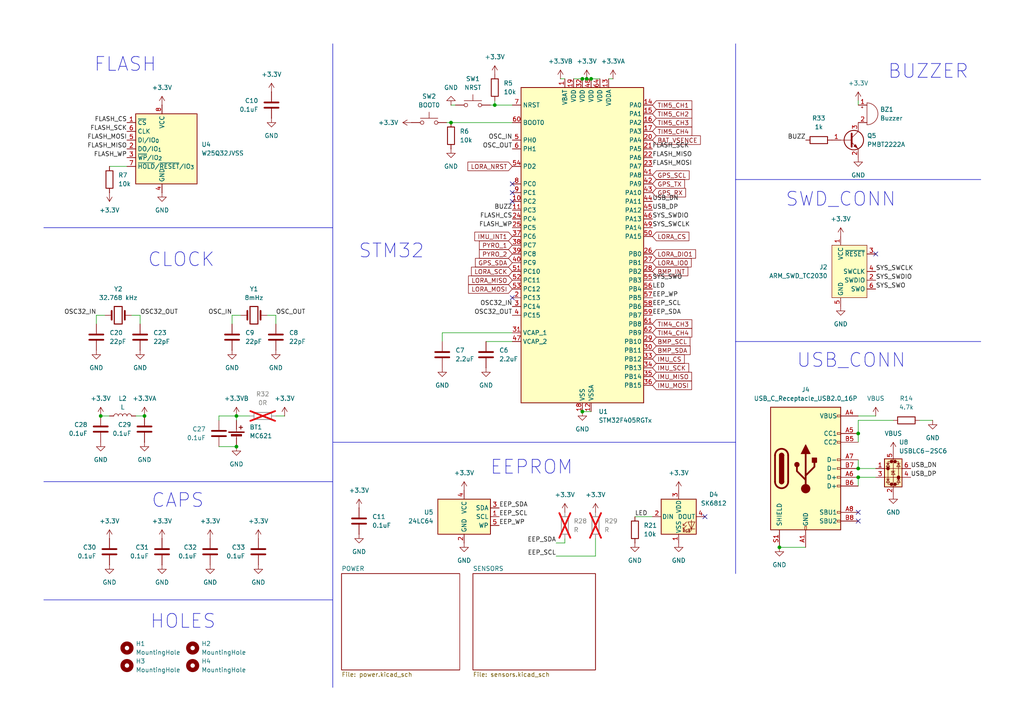
<source format=kicad_sch>
(kicad_sch (version 20250114) (generator "eeschema") (generator_version "9.0")
  (paper "A4")
  (lib_symbols
    (symbol "Connector:Conn_ARM_SWD_TagConnect_TC2030-NL" (in_bom no)
      (property "Reference" "J" (at 2.54 11.43 0))
      (property "Value" "Conn_ARM_SWD_TagConnect_TC2030-NL" (at 2.54 8.89 0))
      (symbol "Conn_ARM_SWD_TagConnect_TC2030-NL_0_0"
        (pin power_in line (at -2.54 10.16 270) (length 2.54) (name "VCC") (number "1"))
        (pin power_in line (at -2.54 -10.16 90) (length 2.54) (name "GND") (number "5"))
        (pin open_collector line (at 7.62 5.08 180) (length 2.54) (name "~{RESET}") (number "3"))
        (pin output line (at 7.62 0 180) (length 2.54) (name "SWCLK") (number "4"))
        (pin bidirectional line (at 7.62 -2.54 180) (length 2.54) (name "SWDIO") (number "2"))
        (pin input line (at 7.62 -5.08 180) (length 2.54) (name "SWO") (number "6"))
      )
    )
    (symbol "Connector:USB_C_Receptacle_USB2.0_16P" (pin_names (offset 1.016))
      (property "Reference" "J" (at 0 22.225 0))
      (property "Value" "USB_C_Receptacle_USB2.0_16P" (at 0 19.685 0))
      (symbol "USB_C_Receptacle_USB2.0_16P_1_1"
        (pin passive line (at -7.62 -22.86 90) (length 5.08) (name "SHIELD") (number "S1"))
        (pin passive line (at 0 -22.86 90) (length 5.08) (name "GND") (number "A1"))
        (pin passive line (at 0 -22.86 90) (length 5.08) (hide yes) (name "GND") (number "A12"))
        (pin passive line (at 0 -22.86 90) (length 5.08) (hide yes) (name "GND") (number "B1"))
        (pin passive line (at 0 -22.86 90) (length 5.08) (hide yes) (name "GND") (number "B12"))
        (pin passive line (at 15.24 15.24 180) (length 5.08) (name "VBUS") (number "A4"))
        (pin passive line (at 15.24 15.24 180) (length 5.08) (hide yes) (name "VBUS") (number "A9"))
        (pin passive line (at 15.24 15.24 180) (length 5.08) (hide yes) (name "VBUS") (number "B4"))
        (pin passive line (at 15.24 15.24 180) (length 5.08) (hide yes) (name "VBUS") (number "B9"))
        (pin bidirectional line (at 15.24 10.16 180) (length 5.08) (name "CC1") (number "A5"))
        (pin bidirectional line (at 15.24 7.62 180) (length 5.08) (name "CC2") (number "B5"))
        (pin bidirectional line (at 15.24 2.54 180) (length 5.08) (name "D-") (number "A7"))
        (pin bidirectional line (at 15.24 0 180) (length 5.08) (name "D-") (number "B7"))
        (pin bidirectional line (at 15.24 -2.54 180) (length 5.08) (name "D+") (number "A6"))
        (pin bidirectional line (at 15.24 -5.08 180) (length 5.08) (name "D+") (number "B6"))
        (pin bidirectional line (at 15.24 -12.7 180) (length 5.08) (name "SBU1") (number "A8"))
        (pin bidirectional line (at 15.24 -15.24 180) (length 5.08) (name "SBU2") (number "B8"))
      )
    )
    (symbol "Device:Battery_Cell" (pin_numbers (hide yes)) (pin_names (offset 0) (hide yes))
      (property "Reference" "BT" (at 2.54 2.54 0))
      (property "Value" "Battery_Cell" (at 2.54 0 0))
      (symbol "Battery_Cell_1_1"
        (pin passive line (at 0 5.08 270) (length 2.54) (name "+") (number "1"))
        (pin passive line (at 0 -2.54 90) (length 2.54) (name "-") (number "2"))
      )
    )
    (symbol "Device:Buzzer" (pin_names (offset 0.0254) (hide yes))
      (property "Reference" "BZ" (at 3.81 1.27 0))
      (property "Value" "Buzzer" (at 3.81 -1.27 0))
      (symbol "Buzzer_1_1"
        (pin passive line (at -2.54 2.54 0) (length 2.54) (name "+") (number "1"))
        (pin passive line (at -2.54 -2.54 0) (length 2.54) (name "-") (number "2"))
      )
    )
    (symbol "Device:C" (pin_numbers (hide yes)) (pin_names (offset 0.254))
      (property "Reference" "C" (at 0.635 2.54 0))
      (property "Value" "C" (at 0.635 -2.54 0))
      (symbol "C_1_1"
        (pin passive line (at 0 3.81 270) (length 2.794) (name "~") (number "1"))
        (pin passive line (at 0 -3.81 90) (length 2.794) (name "~") (number "2"))
      )
    )
    (symbol "Device:Crystal" (pin_numbers (hide yes)) (pin_names (offset 1.016) (hide yes))
      (property "Reference" "Y" (at 0 3.81 0))
      (property "Value" "Crystal" (at 0 -3.81 0))
      (symbol "Crystal_1_1"
        (pin passive line (at -3.81 0 0) (length 1.27) (name "1") (number "1"))
        (pin passive line (at 3.81 0 180) (length 1.27) (name "2") (number "2"))
      )
    )
    (symbol "Device:L" (pin_numbers (hide yes)) (pin_names (offset 1.016) (hide yes))
      (property "Reference" "L" (at -1.27 0 90))
      (property "Value" "L" (at 1.905 0 90))
      (symbol "L_1_1"
        (pin passive line (at 0 3.81 270) (length 1.27) (name "1") (number "1"))
        (pin passive line (at 0 -3.81 90) (length 1.27) (name "2") (number "2"))
      )
    )
    (symbol "Device:R" (pin_numbers (hide yes)) (pin_names (offset 0))
      (property "Reference" "R" (at 2.032 0 90))
      (property "Value" "R" (at 0 0 90))
      (symbol "R_1_1"
        (pin passive line (at 0 3.81 270) (length 1.27) (name "~") (number "1"))
        (pin passive line (at 0 -3.81 90) (length 1.27) (name "~") (number "2"))
      )
    )
    (symbol "LED:SK6812" (pin_names (offset 0.254))
      (property "Reference" "D" (at 5.08 5.715 0))
      (property "Value" "SK6812" (at 1.27 -5.715 0))
      (symbol "SK6812_0_0"
        (text "RGB" (at 2.286 -4.191 0) (effects (font (size 0.762 0.762))))
      )
      (symbol "SK6812_1_1"
        (pin input line (at -7.62 0 0) (length 2.54) (name "DIN") (number "2"))
        (pin power_in line (at 0 7.62 270) (length 2.54) (name "VDD") (number "3"))
        (pin power_in line (at 0 -7.62 90) (length 2.54) (name "VSS") (number "1"))
        (pin output line (at 7.62 0 180) (length 2.54) (name "DOUT") (number "4"))
      )
    )
    (symbol "MCU_ST_STM32F4:STM32F405RGTx"
      (property "Reference" "U" (at -17.78 46.99 0))
      (property "Value" "STM32F405RGTx" (at 10.16 46.99 0))
      (symbol "STM32F405RGTx_1_1"
        (pin input line (at -20.32 40.64 0) (length 2.54) (name "NRST") (number "7"))
        (pin input line (at -20.32 35.56 0) (length 2.54) (name "BOOT0") (number "60"))
        (pin bidirectional line (at -20.32 30.48 0) (length 2.54) (name "PH0") (number "5"))
        (pin bidirectional line (at -20.32 27.94 0) (length 2.54) (name "PH1") (number "6"))
        (pin bidirectional line (at -20.32 22.86 0) (length 2.54) (name "PD2") (number "54"))
        (pin bidirectional line (at -20.32 17.78 0) (length 2.54) (name "PC0") (number "8"))
        (pin bidirectional line (at -20.32 15.24 0) (length 2.54) (name "PC1") (number "9"))
        (pin bidirectional line (at -20.32 12.7 0) (length 2.54) (name "PC2") (number "10"))
        (pin bidirectional line (at -20.32 10.16 0) (length 2.54) (name "PC3") (number "11"))
        (pin bidirectional line (at -20.32 7.62 0) (length 2.54) (name "PC4") (number "24"))
        (pin bidirectional line (at -20.32 5.08 0) (length 2.54) (name "PC5") (number "25"))
        (pin bidirectional line (at -20.32 2.54 0) (length 2.54) (name "PC6") (number "37"))
        (pin bidirectional line (at -20.32 0 0) (length 2.54) (name "PC7") (number "38"))
        (pin bidirectional line (at -20.32 -2.54 0) (length 2.54) (name "PC8") (number "39"))
        (pin bidirectional line (at -20.32 -5.08 0) (length 2.54) (name "PC9") (number "40"))
        (pin bidirectional line (at -20.32 -7.62 0) (length 2.54) (name "PC10") (number "51"))
        (pin bidirectional line (at -20.32 -10.16 0) (length 2.54) (name "PC11") (number "52"))
        (pin bidirectional line (at -20.32 -12.7 0) (length 2.54) (name "PC12") (number "53"))
        (pin bidirectional line (at -20.32 -15.24 0) (length 2.54) (name "PC13") (number "2"))
        (pin bidirectional line (at -20.32 -17.78 0) (length 2.54) (name "PC14") (number "3"))
        (pin bidirectional line (at -20.32 -20.32 0) (length 2.54) (name "PC15") (number "4"))
        (pin power_out line (at -20.32 -25.4 0) (length 2.54) (name "VCAP_1") (number "31"))
        (pin power_out line (at -20.32 -27.94 0) (length 2.54) (name "VCAP_2") (number "47"))
        (pin power_in line (at -5.08 48.26 270) (length 2.54) (name "VBAT") (number "1"))
        (pin power_in line (at -2.54 48.26 270) (length 2.54) (name "VDD") (number "19"))
        (pin power_in line (at 0 48.26 270) (length 2.54) (name "VDD") (number "32"))
        (pin power_in line (at 0 -48.26 90) (length 2.54) (name "VSS") (number "18"))
        (pin passive line (at 0 -48.26 90) (length 2.54) (hide yes) (name "VSS") (number "63"))
        (pin power_in line (at 2.54 48.26 270) (length 2.54) (name "VDD") (number "48"))
        (pin power_in line (at 2.54 -48.26 90) (length 2.54) (name "VSSA") (number "12"))
        (pin power_in line (at 5.08 48.26 270) (length 2.54) (name "VDD") (number "64"))
        (pin power_in line (at 7.62 48.26 270) (length 2.54) (name "VDDA") (number "13"))
        (pin bidirectional line (at 20.32 40.64 180) (length 2.54) (name "PA0") (number "14"))
        (pin bidirectional line (at 20.32 38.1 180) (length 2.54) (name "PA1") (number "15"))
        (pin bidirectional line (at 20.32 35.56 180) (length 2.54) (name "PA2") (number "16"))
        (pin bidirectional line (at 20.32 33.02 180) (length 2.54) (name "PA3") (number "17"))
        (pin bidirectional line (at 20.32 30.48 180) (length 2.54) (name "PA4") (number "20"))
        (pin bidirectional line (at 20.32 27.94 180) (length 2.54) (name "PA5") (number "21"))
        (pin bidirectional line (at 20.32 25.4 180) (length 2.54) (name "PA6") (number "22"))
        (pin bidirectional line (at 20.32 22.86 180) (length 2.54) (name "PA7") (number "23"))
        (pin bidirectional line (at 20.32 20.32 180) (length 2.54) (name "PA8") (number "41"))
        (pin bidirectional line (at 20.32 17.78 180) (length 2.54) (name "PA9") (number "42"))
        (pin bidirectional line (at 20.32 15.24 180) (length 2.54) (name "PA10") (number "43"))
        (pin bidirectional line (at 20.32 12.7 180) (length 2.54) (name "PA11") (number "44"))
        (pin bidirectional line (at 20.32 10.16 180) (length 2.54) (name "PA12") (number "45"))
        (pin bidirectional line (at 20.32 7.62 180) (length 2.54) (name "PA13") (number "46"))
        (pin bidirectional line (at 20.32 5.08 180) (length 2.54) (name "PA14") (number "49"))
        (pin bidirectional line (at 20.32 2.54 180) (length 2.54) (name "PA15") (number "50"))
        (pin bidirectional line (at 20.32 -2.54 180) (length 2.54) (name "PB0") (number "26"))
        (pin bidirectional line (at 20.32 -5.08 180) (length 2.54) (name "PB1") (number "27"))
        (pin bidirectional line (at 20.32 -7.62 180) (length 2.54) (name "PB2") (number "28"))
        (pin bidirectional line (at 20.32 -10.16 180) (length 2.54) (name "PB3") (number "55"))
        (pin bidirectional line (at 20.32 -12.7 180) (length 2.54) (name "PB4") (number "56"))
        (pin bidirectional line (at 20.32 -15.24 180) (length 2.54) (name "PB5") (number "57"))
        (pin bidirectional line (at 20.32 -17.78 180) (length 2.54) (name "PB6") (number "58"))
        (pin bidirectional line (at 20.32 -20.32 180) (length 2.54) (name "PB7") (number "59"))
        (pin bidirectional line (at 20.32 -22.86 180) (length 2.54) (name "PB8") (number "61"))
        (pin bidirectional line (at 20.32 -25.4 180) (length 2.54) (name "PB9") (number "62"))
        (pin bidirectional line (at 20.32 -27.94 180) (length 2.54) (name "PB10") (number "29"))
        (pin bidirectional line (at 20.32 -30.48 180) (length 2.54) (name "PB11") (number "30"))
        (pin bidirectional line (at 20.32 -33.02 180) (length 2.54) (name "PB12") (number "33"))
        (pin bidirectional line (at 20.32 -35.56 180) (length 2.54) (name "PB13") (number "34"))
        (pin bidirectional line (at 20.32 -38.1 180) (length 2.54) (name "PB14") (number "35"))
        (pin bidirectional line (at 20.32 -40.64 180) (length 2.54) (name "PB15") (number "36"))
      )
    )
    (symbol "Mechanical:MountingHole" (pin_names (offset 1.016)) (in_bom no)
      (property "Reference" "H" (at 0 5.08 0))
      (property "Value" "MountingHole" (at 0 3.175 0))
    )
    (symbol "Memory_Flash:W25Q32JVSS"
      (property "Reference" "U" (at -6.35 11.43 0))
      (property "Value" "W25Q32JVSS" (at 7.62 11.43 0))
      (symbol "W25Q32JVSS_1_1"
        (pin input line (at -10.16 7.62 0) (length 2.54) (name "~{CS}") (number "1"))
        (pin input line (at -10.16 5.08 0) (length 2.54) (name "CLK") (number "6"))
        (pin bidirectional line (at -10.16 2.54 0) (length 2.54) (name "DI/IO_{0}") (number "5"))
        (pin bidirectional line (at -10.16 0 0) (length 2.54) (name "DO/IO_{1}") (number "2"))
        (pin bidirectional line (at -10.16 -2.54 0) (length 2.54) (name "~{WP}/IO_{2}") (number "3"))
        (pin bidirectional line (at -10.16 -5.08 0) (length 2.54) (name "~{HOLD}/~{RESET}/IO_{3}") (number "7"))
        (pin power_in line (at 0 12.7 270) (length 2.54) (name "VCC") (number "8"))
        (pin power_in line (at 0 -12.7 90) (length 2.54) (name "GND") (number "4"))
      )
    )
    (symbol "Power_Protection:USBLC6-2SC6" (pin_names (hide yes))
      (property "Reference" "U" (at 0.635 5.715 0))
      (property "Value" "USBLC6-2SC6" (at 0.635 3.81 0))
      (symbol "USBLC6-2SC6_1_1"
        (pin passive line (at -5.08 0 0) (length 2.54) (name "I/O1") (number "1"))
        (pin passive line (at -5.08 -2.54 0) (length 2.54) (name "I/O2") (number "3"))
        (pin passive line (at 0 5.08 270) (length 2.54) (name "VBUS") (number "5"))
        (pin passive line (at 0 -7.62 90) (length 2.54) (name "GND") (number "2"))
        (pin passive line (at 5.08 0 180) (length 2.54) (name "I/O1") (number "6"))
        (pin passive line (at 5.08 -2.54 180) (length 2.54) (name "I/O2") (number "4"))
      )
    )
    (symbol "Switch:SW_Push" (pin_numbers (hide yes)) (pin_names (offset 1.016) (hide yes))
      (property "Reference" "SW" (at 1.27 2.54 0))
      (property "Value" "SW_Push" (at 0 -1.524 0))
      (symbol "SW_Push_0_1"
        (pin passive line (at -5.08 0 0) (length 2.54) (name "1") (number "1"))
        (pin passive line (at 5.08 0 180) (length 2.54) (name "2") (number "2"))
      )
    )
    (symbol "Transistor_BJT:PMBT2222A" (pin_names (offset 0) (hide yes))
      (property "Reference" "Q" (at 5.08 1.905 0))
      (property "Value" "PMBT2222A" (at 5.08 0 0))
      (symbol "PMBT2222A_1_1"
        (pin input line (at -5.08 0 0) (length 2.54) (name "B") (number "1"))
        (pin passive line (at 2.54 5.08 270) (length 2.54) (name "C") (number "3"))
        (pin passive line (at 2.54 -5.08 90) (length 2.54) (name "E") (number "2"))
      )
    )
    (symbol "library:24LC64"
      (property "Reference" "U" (at -6.35 6.35 0))
      (property "Value" "24LC64" (at 1.27 6.35 0))
      (symbol "24LC64_1_1"
        (pin power_in line (at 0 7.62 270) (length 2.54) (name "VCC") (number "4"))
        (pin power_in line (at 0 -7.62 90) (length 2.54) (name "GND") (number "2"))
        (pin bidirectional line (at 10.16 2.54 180) (length 2.54) (name "SDA") (number "3"))
        (pin input line (at 10.16 0 180) (length 2.54) (name "SCL") (number "1"))
        (pin input line (at 10.16 -2.54 180) (length 2.54) (name "WP") (number "5"))
      )
    )
    (symbol "power:+3.3V" (power) (pin_numbers (hide yes)) (pin_names (offset 0) (hide yes))
      (property "Value" "+3.3V" (at 0 3.556 0))
      (symbol "+3.3V_1_1"
        (pin power_in line (at 0 0 90) (length 0) (name "~") (number "1"))
      )
    )
    (symbol "power:+3.3VA" (power) (pin_numbers (hide yes)) (pin_names (offset 0) (hide yes))
      (property "Value" "+3.3VA" (at 0 3.556 0))
      (symbol "+3.3VA_1_1"
        (pin power_in line (at 0 0 90) (length 0) (name "~") (number "1"))
      )
    )
    (symbol "power:GND" (power) (pin_numbers (hide yes)) (pin_names (offset 0) (hide yes))
      (property "Value" "GND" (at 0 -3.81 0))
      (symbol "GND_1_1"
        (pin power_in line (at 0 0 270) (length 0) (name "~") (number "1"))
      )
    )
    (symbol "power:VBUS" (power) (pin_numbers (hide yes)) (pin_names (offset 0) (hide yes))
      (property "Value" "VBUS" (at 0 3.556 0))
      (symbol "VBUS_1_1"
        (pin power_in line (at 0 0 90) (length 0) (name "~") (number "1"))
      )
    )
  )
  (text "CAPS" (at 51.562 145.288 0) (effects (font (size 4 4))))
  (text "CLOCK" (at 52.578 75.438 0) (effects (font (size 4 4))))
  (text "BUZZER" (at 269.24 20.828 0) (effects (font (size 4 4))))
  (text "USB_CONN" (at 246.888 104.648 0) (effects (font (size 4 4))))
  (text "EEPROM" (at 154.178 135.636 0) (effects (font (size 4 4))))
  (text "STM32" (at 113.538 72.898 0) (effects (font (size 4 4))))
  (text "SWD_CONN" (at 243.84 57.912 0) (effects (font (size 4 4))))
  (text "HOLES" (at 53.086 180.34 0) (effects (font (size 4 4))))
  (text "FLASH" (at 36.322 18.796 0) (effects (font (size 4 4))))
  (junction (at 248.92 138.43))
  (junction (at 226.06 158.75))
  (junction (at 143.51 30.48))
  (junction (at 68.58 120.65))
  (junction (at 171.45 22.86))
  (junction (at 29.21 120.65))
  (junction (at 170.18 22.86))
  (junction (at 248.92 135.89))
  (junction (at 68.58 129.54))
  (junction (at 248.92 125.73))
  (junction (at 168.91 119.38))
  (junction (at 168.91 22.86))
  (junction (at 130.81 35.56))
  (junction (at 41.91 120.65))
  (no_connect (at 248.92 151.13))
  (no_connect (at 148.59 58.42))
  (no_connect (at 254 73.66))
  (no_connect (at 248.92 148.59))
  (no_connect (at 204.47 149.86))
  (no_connect (at 148.59 86.36))
  (no_connect (at 148.59 53.34))
  (no_connect (at 148.59 55.88))
  (wire (pts (xy 270.51 121.92) (xy 266.7 121.92)))
  (wire (pts (xy 248.92 29.21) (xy 248.92 30.48)))
  (wire (pts (xy 63.5 129.54) (xy 68.58 129.54)))
  (wire (pts (xy 248.92 133.35) (xy 248.92 135.89)))
  (polyline (pts (xy 12.7 139.7) (xy 96.52 139.7)))
  (wire (pts (xy 142.24 30.48) (xy 143.51 30.48)))
  (polyline (pts (xy 96.52 128.27) (xy 213.36 128.27)))
  (wire (pts (xy 168.91 119.38) (xy 171.45 119.38)))
  (wire (pts (xy 248.92 120.65) (xy 254 120.65)))
  (wire (pts (xy 143.51 29.21) (xy 143.51 30.48)))
  (wire (pts (xy 27.94 91.44) (xy 30.48 91.44)))
  (wire (pts (xy 170.18 22.86) (xy 171.45 22.86)))
  (wire (pts (xy 248.92 125.73) (xy 248.92 128.27)))
  (wire (pts (xy 29.21 120.65) (xy 31.75 120.65)))
  (wire (pts (xy 248.92 138.43) (xy 248.92 140.97)))
  (wire (pts (xy 162.56 22.86) (xy 163.83 22.86)))
  (polyline (pts (xy 96.52 199.39) (xy 96.52 12.7)))
  (wire (pts (xy 177.8 22.86) (xy 176.53 22.86)))
  (wire (pts (xy 63.5 120.65) (xy 68.58 120.65)))
  (wire (pts (xy 226.06 158.75) (xy 233.68 158.75)))
  (wire (pts (xy 67.31 91.44) (xy 69.85 91.44)))
  (wire (pts (xy 80.01 91.44) (xy 80.01 93.98)))
  (wire (pts (xy 67.31 93.98) (xy 67.31 91.44)))
  (wire (pts (xy 259.08 121.92) (xy 248.92 121.92)))
  (wire (pts (xy 248.92 121.92) (xy 248.92 125.73)))
  (wire (pts (xy 184.15 149.86) (xy 189.23 149.86)))
  (wire (pts (xy 140.97 99.06) (xy 148.59 99.06)))
  (wire (pts (xy 129.54 35.56) (xy 130.81 35.56)))
  (wire (pts (xy 63.5 120.65) (xy 63.5 121.92)))
  (wire (pts (xy 40.64 91.44) (xy 40.64 93.98)))
  (wire (pts (xy 68.58 120.65) (xy 68.58 121.92)))
  (wire (pts (xy 161.29 157.48) (xy 163.83 157.48)))
  (polyline (pts (xy 213.36 99.06) (xy 213.36 52.07)))
  (wire (pts (xy 248.92 135.89) (xy 254 135.89)))
  (wire (pts (xy 161.29 161.29) (xy 172.72 161.29)))
  (wire (pts (xy 168.91 22.86) (xy 170.18 22.86)))
  (wire (pts (xy 130.81 35.56) (xy 148.59 35.56)))
  (wire (pts (xy 82.55 120.65) (xy 80.01 120.65)))
  (wire (pts (xy 166.37 22.86) (xy 168.91 22.86)))
  (wire (pts (xy 130.81 30.48) (xy 132.08 30.48)))
  (wire (pts (xy 171.45 22.86) (xy 173.99 22.86)))
  (wire (pts (xy 163.83 157.48) (xy 163.83 156.21)))
  (wire (pts (xy 128.27 96.52) (xy 128.27 99.06)))
  (polyline (pts (xy 213.36 166.37) (xy 213.36 99.06)))
  (wire (pts (xy 27.94 93.98) (xy 27.94 91.44)))
  (wire (pts (xy 38.1 91.44) (xy 40.64 91.44)))
  (wire (pts (xy 172.72 161.29) (xy 172.72 156.21)))
  (wire (pts (xy 248.92 138.43) (xy 254 138.43)))
  (wire (pts (xy 143.51 30.48) (xy 148.59 30.48)))
  (wire (pts (xy 77.47 91.44) (xy 80.01 91.44)))
  (polyline (pts (xy 213.36 52.07) (xy 284.48 52.07)))
  (wire (pts (xy 128.27 96.52) (xy 148.59 96.52)))
  (polyline (pts (xy 213.36 12.7) (xy 213.36 52.07)))
  (polyline (pts (xy 213.36 99.06) (xy 284.48 99.06)))
  (polyline (pts (xy 12.7 66.04) (xy 96.52 66.04)))
  (wire (pts (xy 68.58 120.65) (xy 72.39 120.65)))
  (wire (pts (xy 39.37 120.65) (xy 41.91 120.65)))
  (wire (pts (xy 31.75 48.26) (xy 36.83 48.26)))
  (polyline (pts (xy 12.7 173.99) (xy 96.52 173.99)))
  (label "EEP_SCL" (at 189.23 88.9 0))
  (label "LED" (at 189.23 83.82 0))
  (label "SYS_SWCLK" (at 254 78.74 0))
  (label "USB_DN" (at 189.23 58.42 0))
  (label "EEP_WP" (at 189.23 86.36 0))
  (label "EEP_WP" (at 144.78 152.4 0))
  (label "BUZZ" (at 233.68 40.64 180))
  (label "OSC_OUT" (at 80.01 91.44 0))
  (label "OSC_OUT" (at 148.59 43.18 180))
  (label "SYS_SWO" (at 254 83.82 0))
  (label "EEP_SDA" (at 144.78 147.32 0))
  (label "SYS_SWO" (at 189.23 81.28 0))
  (label "FLASH_CS" (at 36.83 35.56 180))
  (label "EEP_SCL" (at 161.29 161.29 180))
  (label "FLASH_MOSI" (at 36.83 40.64 180))
  (label "EEP_SDA" (at 189.23 91.44 0))
  (label "FLASH_WP" (at 36.83 45.72 180))
  (label "USB_DN" (at 264.16 135.89 0))
  (label "FLASH_CS" (at 148.59 63.5 180))
  (label "EEP_SCL" (at 144.78 149.86 0))
  (label "OSC_IN" (at 148.59 40.64 180))
  (label "USB_DP" (at 189.23 60.96 0))
  (label "SYS_SWDIO" (at 254 81.28 0))
  (label "BUZZ" (at 148.59 60.96 180))
  (label "FLASH_MOSI" (at 189.23 48.26 0))
  (label "FLASH_SCK" (at 36.83 38.1 180))
  (label "SYS_SWCLK" (at 189.23 66.04 0))
  (label "OSC32_OUT" (at 148.59 91.44 180))
  (label "FLASH_WP" (at 148.59 66.04 180))
  (label "SYS_SWDIO" (at 189.23 63.5 0))
  (label "OSC32_IN" (at 148.59 88.9 180))
  (label "FLASH_MISO" (at 36.83 43.18 180))
  (label "OSC32_OUT" (at 40.64 91.44 0))
  (label "OSC32_IN" (at 27.94 91.44 180))
  (label "USB_DP" (at 264.16 138.43 0))
  (label "FLASH_SCK" (at 189.23 43.18 0))
  (label "EEP_SDA" (at 161.29 157.48 180))
  (label "LED" (at 184.15 149.86 0))
  (label "FLASH_MISO" (at 189.23 45.72 0))
  (label "OSC_IN" (at 67.31 91.44 180))
  (global_label "TIM5_CH4" (shape input) (at 189.23 38.1 0) (property "Intersheetrefs" "${INTERSHEET_REFS}" (effects (hide yes))))
  (global_label "TIM5_CH3" (shape input) (at 189.23 35.56 0) (property "Intersheetrefs" "${INTERSHEET_REFS}" (effects (hide yes))))
  (global_label "IMU_MOSI" (shape input) (at 189.23 111.76 0) (property "Intersheetrefs" "${INTERSHEET_REFS}" (effects (hide yes))))
  (global_label "LORA_IO0" (shape input) (at 189.23 76.2 0) (property "Intersheetrefs" "${INTERSHEET_REFS}" (effects (hide yes))))
  (global_label "PYRO_2" (shape input) (at 148.59 73.66 180) (property "Intersheetrefs" "${INTERSHEET_REFS}" (effects (hide yes))))
  (global_label "GPS_SDA" (shape input) (at 148.59 76.2 180) (property "Intersheetrefs" "${INTERSHEET_REFS}" (effects (hide yes))))
  (global_label "GPS_RX" (shape input) (at 189.23 55.88 0) (property "Intersheetrefs" "${INTERSHEET_REFS}" (effects (hide yes))))
  (global_label "BAT_VSENCE" (shape input) (at 189.23 40.64 0) (property "Intersheetrefs" "${INTERSHEET_REFS}" (effects (hide yes))))
  (global_label "TIM5_CH2" (shape input) (at 189.23 33.02 0) (property "Intersheetrefs" "${INTERSHEET_REFS}" (effects (hide yes))))
  (global_label "TIM5_CH1" (shape input) (at 189.23 30.48 0) (property "Intersheetrefs" "${INTERSHEET_REFS}" (effects (hide yes))))
  (global_label "BMP_SDA" (shape input) (at 189.23 101.6 0) (property "Intersheetrefs" "${INTERSHEET_REFS}" (effects (hide yes))))
  (global_label "TIM4_CH3" (shape input) (at 189.23 93.98 0) (property "Intersheetrefs" "${INTERSHEET_REFS}" (effects (hide yes))))
  (global_label "BMP_INT" (shape input) (at 189.23 78.74 0) (property "Intersheetrefs" "${INTERSHEET_REFS}" (effects (hide yes))))
  (global_label "LORA_MISO" (shape input) (at 148.59 81.28 180) (property "Intersheetrefs" "${INTERSHEET_REFS}" (effects (hide yes))))
  (global_label "GPS_SCL" (shape input) (at 189.23 50.8 0) (property "Intersheetrefs" "${INTERSHEET_REFS}" (effects (hide yes))))
  (global_label "GPS_TX" (shape input) (at 189.23 53.34 0) (property "Intersheetrefs" "${INTERSHEET_REFS}" (effects (hide yes))))
  (global_label "TIM4_CH4" (shape input) (at 189.23 96.52 0) (property "Intersheetrefs" "${INTERSHEET_REFS}" (effects (hide yes))))
  (global_label "BMP_SCL" (shape input) (at 189.23 99.06 0) (property "Intersheetrefs" "${INTERSHEET_REFS}" (effects (hide yes))))
  (global_label "IMU_MISO" (shape input) (at 189.23 109.22 0) (property "Intersheetrefs" "${INTERSHEET_REFS}" (effects (hide yes))))
  (global_label "LORA_SCK" (shape input) (at 148.59 78.74 180) (property "Intersheetrefs" "${INTERSHEET_REFS}" (effects (hide yes))))
  (global_label "LORA_MOSI" (shape input) (at 148.59 83.82 180) (property "Intersheetrefs" "${INTERSHEET_REFS}" (effects (hide yes))))
  (global_label "IMU_CS" (shape input) (at 189.23 104.14 0) (property "Intersheetrefs" "${INTERSHEET_REFS}" (effects (hide yes))))
  (global_label "LORA_DIO1" (shape input) (at 189.23 73.66 0) (property "Intersheetrefs" "${INTERSHEET_REFS}" (effects (hide yes))))
  (global_label "LORA_CS" (shape input) (at 189.23 68.58 0) (property "Intersheetrefs" "${INTERSHEET_REFS}" (effects (hide yes))))
  (global_label "LORA_NRST" (shape input) (at 148.59 48.26 180) (property "Intersheetrefs" "${INTERSHEET_REFS}" (effects (hide yes))))
  (global_label "IMU_INT1" (shape input) (at 148.59 68.58 180) (property "Intersheetrefs" "${INTERSHEET_REFS}" (effects (hide yes))))
  (global_label "IMU_SCK" (shape input) (at 189.23 106.68 0) (property "Intersheetrefs" "${INTERSHEET_REFS}" (effects (hide yes))))
  (global_label "PYRO_1" (shape input) (at 148.59 71.12 180) (property "Intersheetrefs" "${INTERSHEET_REFS}" (effects (hide yes))))
  (symbol (lib_id "power:+3.3V") (at 31.75 156.21 0) (unit 1)
    (property "Reference" "#PWR088" (effects (hide yes)))
    (property "Value" "+3.3V" (at 31.75 151.13 0))
    (property "Description" "Power symbol creates a global label with name \"+3.3V\"" (effects (hide yes)))
  )
  (symbol (lib_id "Device:C") (at 27.94 97.79 0) (unit 1)
    (property "Reference" "C20" (at 31.75 96.5199 0) (effects (justify left)))
    (property "Value" "22pF" (at 31.75 99.0599 0) (effects (justify left)))
    (property "Footprint" "Capacitor_SMD:C_0603_1608Metric" (effects (hide yes)))
    (property "Description" "Unpolarized capacitor" (effects (hide yes)))
  )
  (symbol (lib_id "power:+3.3V") (at 68.58 120.65 0) (unit 1)
    (property "Reference" "#PWR081" (effects (hide yes)))
    (property "Value" "+3.3VB" (at 68.58 115.57 0))
    (property "Description" "Power symbol creates a global label with name \"+3.3V\"" (effects (hide yes)))
  )
  (symbol (lib_id "power:GND") (at 134.62 157.48 0) (unit 1)
    (property "Reference" "#PWR031" (effects (hide yes)))
    (property "Value" "GND" (at 134.62 162.56 0))
    (property "Description" "Power symbol creates a global label with name \"GND\" , ground" (effects (hide yes)))
  )
  (symbol (lib_id "power:+3.3V") (at 162.56 22.86 0) (unit 1)
    (property "Reference" "#PWR039" (effects (hide yes)))
    (property "Value" "+3.3VB" (at 162.56 17.78 0))
    (property "Description" "Power symbol creates a global label with name \"+3.3V\"" (effects (hide yes)))
  )
  (symbol (lib_id "power:GND") (at 67.31 101.6 0) (unit 1)
    (property "Reference" "#PWR021" (effects (hide yes)))
    (property "Value" "GND" (at 67.31 106.68 0))
    (property "Description" "Power symbol creates a global label with name \"GND\" , ground" (effects (hide yes)))
  )
  (symbol (lib_id "Device:L") (at 35.56 120.65 90) (unit 1)
    (property "Reference" "L2" (at 35.56 115.57 90))
    (property "Value" "L" (at 35.56 118.11 90))
    (property "Footprint" "Inductor_SMD:L_0603_1608Metric" (effects (hide yes)))
    (property "Description" "Inductor" (effects (hide yes)))
  )
  (symbol (lib_id "Device:C") (at 41.91 124.46 0) (mirror y) (unit 1)
    (property "Reference" "C29" (at 38.1 123.1899 0) (effects (justify left)))
    (property "Value" "0.1uF" (at 38.1 125.7299 0) (effects (justify left)))
    (property "Footprint" "Capacitor_SMD:C_0603_1608Metric" (effects (hide yes)))
    (property "Description" "Unpolarized capacitor" (effects (hide yes)))
  )
  (symbol (lib_id "power:GND") (at 130.81 30.48 180) (unit 1)
    (property "Reference" "#PWR0132" (effects (hide yes)))
    (property "Value" "GND" (at 130.81 25.4 0))
    (property "Description" "Power symbol creates a global label with name \"GND\" , ground" (effects (hide yes)))
  )
  (symbol (lib_id "Device:C") (at 80.01 97.79 0) (unit 1)
    (property "Reference" "C8" (at 83.82 96.5199 0) (effects (justify left)))
    (property "Value" "22pF" (at 83.82 99.0599 0) (effects (justify left)))
    (property "Footprint" "Capacitor_SMD:C_0603_1608Metric" (effects (hide yes)))
    (property "Description" "Unpolarized capacitor" (effects (hide yes)))
  )
  (symbol (lib_id "Connector:USB_C_Receptacle_USB2.0_16P") (at 233.68 135.89 0) (unit 1)
    (property "Reference" "J4" (at 233.68 113.03 0))
    (property "Value" "USB_C_Receptacle_USB2.0_16P" (at 233.68 115.57 0))
    (property "Footprint" "Connector_USB:USB_C_Receptacle_GCT_USB4110" (effects (hide yes)))
    (property "Datasheet" "https://www.usb.org/sites/default/files/documents/usb_type-c.zip" (effects (hide yes)))
    (property "Description" "USB 2.0-only 16P Type-C Receptacle connector" (effects (hide yes)))
  )
  (symbol (lib_id "power:GND") (at 140.97 106.68 0) (unit 1)
    (property "Reference" "#PWR015" (effects (hide yes)))
    (property "Value" "GND" (at 140.97 111.76 0))
    (property "Description" "Power symbol creates a global label with name \"GND\" , ground" (effects (hide yes)))
  )
  (symbol (lib_id "Device:C") (at 140.97 102.87 0) (unit 1)
    (property "Reference" "C6" (at 144.78 101.5999 0) (effects (justify left)))
    (property "Value" "2.2uF" (at 144.78 104.1399 0) (effects (justify left)))
    (property "Footprint" "Capacitor_SMD:C_0603_1608Metric" (effects (hide yes)))
    (property "Description" "Unpolarized capacitor" (effects (hide yes)))
  )
  (symbol (lib_id "Device:C") (at 78.74 30.48 0) (mirror y) (unit 1)
    (property "Reference" "C10" (at 74.93 29.2099 0) (effects (justify left)))
    (property "Value" "0.1uF" (at 74.93 31.7499 0) (effects (justify left)))
    (property "Footprint" "Capacitor_SMD:C_0603_1608Metric" (effects (hide yes)))
    (property "Description" "Unpolarized capacitor" (effects (hide yes)))
  )
  (symbol (lib_id "Device:C") (at 46.99 160.02 0) (mirror y) (unit 1)
    (property "Reference" "C31" (at 43.18 158.7499 0) (effects (justify left)))
    (property "Value" "0.1uF" (at 43.18 161.2899 0) (effects (justify left)))
    (property "Footprint" "Capacitor_SMD:C_0603_1608Metric" (effects (hide yes)))
    (property "Description" "Unpolarized capacitor" (effects (hide yes)))
  )
  (symbol (lib_id "power:GND") (at 248.92 45.72 0) (unit 1)
    (property "Reference" "#PWR0134" (effects (hide yes)))
    (property "Value" "GND" (at 248.92 50.8 0))
    (property "Description" "Power symbol creates a global label with name \"GND\" , ground" (effects (hide yes)))
  )
  (symbol (lib_id "power:GND") (at 130.81 43.18 0) (unit 1)
    (property "Reference" "#PWR018" (effects (hide yes)))
    (property "Value" "GND" (at 130.81 48.26 0))
    (property "Description" "Power symbol creates a global label with name \"GND\" , ground" (effects (hide yes)))
  )
  (symbol (lib_id "power:+3.3V") (at 74.93 156.21 0) (unit 1)
    (property "Reference" "#PWR097" (effects (hide yes)))
    (property "Value" "+3.3V" (at 74.93 151.13 0))
    (property "Description" "Power symbol creates a global label with name \"+3.3V\"" (effects (hide yes)))
  )
  (symbol (lib_id "Connector:Conn_ARM_SWD_TagConnect_TC2030-NL") (at 246.38 78.74 0) (unit 1) (in_bom no)
    (property "Reference" "J2" (at 240.03 77.4699 0) (effects (justify right)))
    (property "Value" "ARM_SWD_TC2030" (at 240.03 80.0099 0) (effects (justify right)))
    (property "Footprint" "Connector:Tag-Connect_TC2030-IDC-NL_2x03_P1.27mm_Vertical" (effects (hide yes)))
    (property "Datasheet" "https://www.tag-connect.com/wp-content/uploads/bsk-pdf-manager/TC2030-CTX_1.pdf" (effects (hide yes)))
    (property "Description" "Tag-Connect ARM Cortex SWD JTAG connector, 6 pin, no legs" (effects (hide yes)))
  )
  (symbol (lib_id "Device:R") (at 31.75 52.07 0) (unit 1)
    (property "Reference" "R7" (at 34.29 50.7999 0) (effects (justify left)))
    (property "Value" "10k" (at 34.29 53.3399 0) (effects (justify left)))
    (property "Footprint" "Resistor_SMD:R_0603_1608Metric" (effects (hide yes)))
    (property "Description" "Resistor" (effects (hide yes)))
  )
  (symbol (lib_id "Switch:SW_Push") (at 137.16 30.48 0) (unit 1)
    (property "Reference" "SW1" (at 137.16 22.86 0))
    (property "Value" "NRST" (at 137.16 25.4 0))
    (property "Footprint" "Button_Switch_SMD:SW_SPST_CK_RS282G05A3" (effects (hide yes)))
    (property "Description" "Push button switch, generic, two pins" (effects (hide yes)))
  )
  (symbol (lib_id "power:+3.3V") (at 163.83 148.59 0) (unit 1)
    (property "Reference" "#PWR0125" (effects (hide yes)))
    (property "Value" "+3.3V" (at 163.83 143.51 0))
    (property "Description" "Power symbol creates a global label with name \"+3.3V\"" (effects (hide yes)))
  )
  (symbol (lib_id "power:+3.3V") (at 104.14 147.32 0) (unit 1)
    (property "Reference" "#PWR032" (effects (hide yes)))
    (property "Value" "+3.3V" (at 104.14 142.24 0))
    (property "Description" "Power symbol creates a global label with name \"+3.3V\"" (effects (hide yes)))
  )
  (symbol (lib_id "MCU_ST_STM32F4:STM32F405RGTx") (at 168.91 71.12 0) (unit 1)
    (property "Reference" "U1" (at 173.5933 119.38 0) (effects (justify left)))
    (property "Value" "STM32F405RGTx" (at 173.5933 121.92 0) (effects (justify left)))
    (property "Footprint" "Package_QFP:LQFP-64_10x10mm_P0.5mm" (effects (hide yes)))
    (property "Datasheet" "https://www.st.com/resource/en/datasheet/stm32f405rg.pdf" (effects (hide yes)))
    (property "Description" "STMicroelectronics Arm Cortex-M4 MCU, 1024KB flash, 192KB RAM, 168 MHz, 1.8-3.6V, 51 GPIO, LQFP64" (effects (hide yes)))
  )
  (symbol (lib_id "Device:R") (at 172.72 152.4 0) (unit 1) (dnp yes)
    (property "Reference" "R29" (at 175.26 151.1299 0) (effects (justify left)))
    (property "Value" "R" (at 175.26 153.6699 0) (effects (justify left)))
    (property "Footprint" "Resistor_SMD:R_0603_1608Metric" (effects (hide yes)))
    (property "Description" "Resistor" (effects (hide yes)))
  )
  (symbol (lib_id "Device:C") (at 31.75 160.02 0) (mirror y) (unit 1)
    (property "Reference" "C30" (at 27.94 158.7499 0) (effects (justify left)))
    (property "Value" "0.1uF" (at 27.94 161.2899 0) (effects (justify left)))
    (property "Footprint" "Capacitor_SMD:C_0603_1608Metric" (effects (hide yes)))
    (property "Description" "Unpolarized capacitor" (effects (hide yes)))
  )
  (symbol (lib_id "Device:R") (at 143.51 25.4 180) (unit 1)
    (property "Reference" "R5" (at 146.05 24.1299 0) (effects (justify right)))
    (property "Value" "10k" (at 146.05 26.6699 0) (effects (justify right)))
    (property "Footprint" "Resistor_SMD:R_0603_1608Metric" (effects (hide yes)))
    (property "Description" "Resistor" (effects (hide yes)))
  )
  (symbol (lib_id "power:GND") (at 243.84 88.9 0) (unit 1)
    (property "Reference" "#PWR035" (effects (hide yes)))
    (property "Value" "GND" (at 243.84 93.98 0))
    (property "Description" "Power symbol creates a global label with name \"GND\" , ground" (effects (hide yes)))
  )
  (symbol (lib_id "LED:SK6812") (at 196.85 149.86 0) (unit 1)
    (property "Reference" "D4" (at 207.01 143.4398 0))
    (property "Value" "SK6812" (at 207.01 145.9798 0))
    (property "Footprint" "LED_SMD:LED_SK6812_PLCC4_5.0x5.0mm_P3.2mm" (effects (hide yes)))
    (property "Datasheet" "https://cdn-shop.adafruit.com/product-files/1138/SK6812+LED+datasheet+.pdf" (effects (hide yes)))
    (property "Description" "RGB LED with integrated controller" (effects (hide yes)))
  )
  (symbol (lib_id "Device:C") (at 40.64 97.79 0) (unit 1)
    (property "Reference" "C23" (at 44.45 96.5199 0) (effects (justify left)))
    (property "Value" "22pF" (at 44.45 99.0599 0) (effects (justify left)))
    (property "Footprint" "Capacitor_SMD:C_0603_1608Metric" (effects (hide yes)))
    (property "Description" "Unpolarized capacitor" (effects (hide yes)))
  )
  (symbol (lib_id "power:+3.3V") (at 119.38 35.56 90) (unit 1)
    (property "Reference" "#PWR0131" (effects (hide yes)))
    (property "Value" "+3.3V" (at 115.57 35.5599 90) (effects (justify left)))
    (property "Description" "Power symbol creates a global label with name \"+3.3V\"" (effects (hide yes)))
  )
  (symbol (lib_id "Device:R") (at 184.15 153.67 0) (unit 1)
    (property "Reference" "R21" (at 186.69 152.3999 0) (effects (justify left)))
    (property "Value" "10k" (at 186.69 154.9399 0) (effects (justify left)))
    (property "Footprint" "Resistor_SMD:R_0603_1608Metric" (effects (hide yes)))
    (property "Description" "Resistor" (effects (hide yes)))
  )
  (symbol (lib_id "power:GND") (at 104.14 154.94 0) (unit 1)
    (property "Reference" "#PWR033" (effects (hide yes)))
    (property "Value" "GND" (at 104.14 160.02 0))
    (property "Description" "Power symbol creates a global label with name \"GND\" , ground" (effects (hide yes)))
  )
  (symbol (lib_id "power:GND") (at 168.91 119.38 0) (unit 1)
    (property "Reference" "#PWR020" (effects (hide yes)))
    (property "Value" "GND" (at 168.91 124.46 0))
    (property "Description" "Power symbol creates a global label with name \"GND\" , ground" (effects (hide yes)))
  )
  (symbol (lib_id "power:+3.3V") (at 60.96 156.21 0) (unit 1)
    (property "Reference" "#PWR095" (effects (hide yes)))
    (property "Value" "+3.3V" (at 60.96 151.13 0))
    (property "Description" "Power symbol creates a global label with name \"+3.3V\"" (effects (hide yes)))
  )
  (symbol (lib_id "power:GND") (at 31.75 163.83 0) (unit 1)
    (property "Reference" "#PWR090" (effects (hide yes)))
    (property "Value" "GND" (at 31.75 168.91 0))
    (property "Description" "Power symbol creates a global label with name \"GND\" , ground" (effects (hide yes)))
  )
  (symbol (lib_id "library:24LC64") (at 134.62 149.86 0) (unit 1)
    (property "Reference" "U5" (at 125.73 148.5899 0) (effects (justify right)))
    (property "Value" "24LC64" (at 125.73 151.1299 0) (effects (justify right)))
    (property "Footprint" "Package_TO_SOT_SMD:SOT-23-5" (effects (hide yes)))
    (property "Datasheet" "http://ww1.microchip.com/downloads/en/DeviceDoc/21189f.pdf" (effects (hide yes)))
    (property "Description" "I2C Serial EEPROM, 64Kb, DIP-8/SOIC-8/TSSOP-8/DFN-8" (effects (hide yes)))
  )
  (symbol (lib_id "Switch:SW_Push") (at 124.46 35.56 0) (unit 1)
    (property "Reference" "SW2" (at 124.46 27.94 0))
    (property "Value" "BOOT0" (at 124.46 30.48 0))
    (property "Footprint" "Button_Switch_SMD:SW_SPST_CK_RS282G05A3" (effects (hide yes)))
    (property "Description" "Push button switch, generic, two pins" (effects (hide yes)))
  )
  (symbol (lib_id "power:GND") (at 41.91 128.27 0) (unit 1)
    (property "Reference" "#PWR087" (effects (hide yes)))
    (property "Value" "GND" (at 41.91 133.35 0))
    (property "Description" "Power symbol creates a global label with name \"GND\" , ground" (effects (hide yes)))
  )
  (symbol (lib_id "Device:R") (at 76.2 120.65 90) (unit 1) (dnp yes)
    (property "Reference" "R32" (at 76.2 114.3 90))
    (property "Value" "0R" (at 76.2 116.84 90))
    (property "Footprint" "Resistor_SMD:R_0603_1608Metric" (effects (hide yes)))
    (property "Description" "Resistor" (effects (hide yes)))
  )
  (symbol (lib_id "power:GND") (at 259.08 143.51 0) (unit 1)
    (property "Reference" "#PWR068" (effects (hide yes)))
    (property "Value" "GND" (at 259.08 148.59 0))
    (property "Description" "Power symbol creates a global label with name \"GND\" , ground" (effects (hide yes)))
  )
  (symbol (lib_id "Device:R") (at 130.81 39.37 180) (unit 1)
    (property "Reference" "R6" (at 133.35 38.0999 0) (effects (justify right)))
    (property "Value" "10k" (at 133.35 40.6399 0) (effects (justify right)))
    (property "Footprint" "Resistor_SMD:R_0603_1608Metric" (effects (hide yes)))
    (property "Description" "Resistor" (effects (hide yes)))
  )
  (symbol (lib_id "power:GND") (at 226.06 158.75 0) (unit 1)
    (property "Reference" "#PWR070" (effects (hide yes)))
    (property "Value" "GND" (at 226.06 163.83 0))
    (property "Description" "Power symbol creates a global label with name \"GND\" , ground" (effects (hide yes)))
  )
  (symbol (lib_id "Device:C") (at 104.14 151.13 0) (unit 1)
    (property "Reference" "C11" (at 107.95 149.8599 0) (effects (justify left)))
    (property "Value" "0.1uF" (at 107.95 152.3999 0) (effects (justify left)))
    (property "Footprint" "Capacitor_SMD:C_0603_1608Metric" (effects (hide yes)))
    (property "Description" "Unpolarized capacitor" (effects (hide yes)))
  )
  (symbol (lib_id "power:GND") (at 270.51 121.92 0) (unit 1)
    (property "Reference" "#PWR069" (effects (hide yes)))
    (property "Value" "GND" (at 270.51 127 0))
    (property "Description" "Power symbol creates a global label with name \"GND\" , ground" (effects (hide yes)))
  )
  (symbol (lib_id "Mechanical:MountingHole") (at 36.83 193.04 0) (unit 1) (in_bom no)
    (property "Reference" "H3" (at 39.37 191.7699 0) (effects (justify left)))
    (property "Value" "MountingHole" (at 39.37 194.3099 0) (effects (justify left)))
    (property "Footprint" "MountingHole:MountingHole_3.2mm_M3" (effects (hide yes)))
    (property "Description" "Mounting Hole without connection" (effects (hide yes)))
  )
  (symbol (lib_id "power:+3.3V") (at 29.21 120.65 0) (unit 1)
    (property "Reference" "#PWR084" (effects (hide yes)))
    (property "Value" "+3.3V" (at 29.21 115.57 0))
    (property "Description" "Power symbol creates a global label with name \"+3.3V\"" (effects (hide yes)))
  )
  (symbol (lib_id "Device:C") (at 74.93 160.02 0) (mirror y) (unit 1)
    (property "Reference" "C33" (at 71.12 158.7499 0) (effects (justify left)))
    (property "Value" "0.1uF" (at 71.12 161.2899 0) (effects (justify left)))
    (property "Footprint" "Capacitor_SMD:C_0603_1608Metric" (effects (hide yes)))
    (property "Description" "Unpolarized capacitor" (effects (hide yes)))
  )
  (symbol (lib_id "power:+3.3V") (at 78.74 26.67 0) (unit 1)
    (property "Reference" "#PWR025" (effects (hide yes)))
    (property "Value" "+3.3V" (at 78.74 21.59 0))
    (property "Description" "Power symbol creates a global label with name \"+3.3V\"" (effects (hide yes)))
  )
  (symbol (lib_id "Memory_Flash:W25Q32JVSS") (at 46.99 43.18 0) (unit 1)
    (property "Reference" "U4" (at 58.42 41.9099 0) (effects (justify left)))
    (property "Value" "W25Q32JVSS" (at 58.42 44.4499 0) (effects (justify left)))
    (property "Footprint" "Package_SO:SOIC-8_5.3x5.3mm_P1.27mm" (effects (hide yes)))
    (property "Datasheet" "http://www.winbond.com/resource-files/w25q32jv%20revg%2003272018%20plus.pdf" (effects (hide yes)))
    (property "Description" "32Mbit / 4MiB Serial Flash Memory, Standard/Dual/Quad SPI, 2.7-3.6V, SOIC-8 (208 mil)" (effects (hide yes)))
  )
  (symbol (lib_id "power:+3.3V") (at 248.92 29.21 0) (unit 1)
    (property "Reference" "#PWR0135" (effects (hide yes)))
    (property "Value" "+3.3V" (at 248.92 24.13 0))
    (property "Description" "Power symbol creates a global label with name \"+3.3V\"" (effects (hide yes)))
  )
  (symbol (lib_id "power:GND") (at 40.64 101.6 0) (unit 1)
    (property "Reference" "#PWR061" (effects (hide yes)))
    (property "Value" "GND" (at 40.64 106.68 0))
    (property "Description" "Power symbol creates a global label with name \"GND\" , ground" (effects (hide yes)))
  )
  (symbol (lib_id "Device:C") (at 60.96 160.02 0) (mirror y) (unit 1)
    (property "Reference" "C32" (at 57.15 158.7499 0) (effects (justify left)))
    (property "Value" "0.1uF" (at 57.15 161.2899 0) (effects (justify left)))
    (property "Footprint" "Capacitor_SMD:C_0603_1608Metric" (effects (hide yes)))
    (property "Description" "Unpolarized capacitor" (effects (hide yes)))
  )
  (symbol (lib_id "power:+3.3V") (at 196.85 142.24 0) (unit 1)
    (property "Reference" "#PWR0102" (effects (hide yes)))
    (property "Value" "+3.3V" (at 196.85 137.16 0))
    (property "Description" "Power symbol creates a global label with name \"+3.3V\"" (effects (hide yes)))
  )
  (symbol (lib_id "Device:C") (at 29.21 124.46 0) (mirror y) (unit 1)
    (property "Reference" "C28" (at 25.4 123.1899 0) (effects (justify left)))
    (property "Value" "0.1uF" (at 25.4 125.7299 0) (effects (justify left)))
    (property "Footprint" "Capacitor_SMD:C_0603_1608Metric" (effects (hide yes)))
    (property "Description" "Unpolarized capacitor" (effects (hide yes)))
  )
  (symbol (lib_id "Transistor_BJT:PMBT2222A") (at 246.38 40.64 0) (unit 1)
    (property "Reference" "Q5" (at 251.46 39.3699 0) (effects (justify left)))
    (property "Value" "PMBT2222A" (at 251.46 41.9099 0) (effects (justify left)))
    (property "Footprint" "Package_TO_SOT_SMD:SOT-23" (effects (hide yes)))
    (property "Datasheet" "https://assets.nexperia.com/documents/data-sheet/PMBT2222A.pdf" (effects (hide yes)))
    (property "Description" "600mA Ic, 40V Vce, NPN Transistor, SOT-23" (effects (hide yes)))
  )
  (symbol (lib_id "power:GND") (at 128.27 106.68 0) (unit 1)
    (property "Reference" "#PWR014" (effects (hide yes)))
    (property "Value" "GND" (at 128.27 111.76 0))
    (property "Description" "Power symbol creates a global label with name \"GND\" , ground" (effects (hide yes)))
  )
  (symbol (lib_id "Device:C") (at 128.27 102.87 0) (unit 1)
    (property "Reference" "C7" (at 132.08 101.5999 0) (effects (justify left)))
    (property "Value" "2.2uF" (at 132.08 104.1399 0) (effects (justify left)))
    (property "Footprint" "Capacitor_SMD:C_0603_1608Metric" (effects (hide yes)))
    (property "Description" "Unpolarized capacitor" (effects (hide yes)))
  )
  (symbol (lib_id "Mechanical:MountingHole") (at 55.88 187.96 0) (unit 1) (in_bom no)
    (property "Reference" "H2" (at 58.42 186.6899 0) (effects (justify left)))
    (property "Value" "MountingHole" (at 58.42 189.2299 0) (effects (justify left)))
    (property "Footprint" "MountingHole:MountingHole_3.2mm_M3" (effects (hide yes)))
    (property "Description" "Mounting Hole without connection" (effects (hide yes)))
  )
  (symbol (lib_id "Device:R") (at 237.49 40.64 90) (unit 1)
    (property "Reference" "R33" (at 237.49 34.29 90))
    (property "Value" "1k" (at 237.49 36.83 90))
    (property "Footprint" "Resistor_SMD:R_0603_1608Metric" (effects (hide yes)))
    (property "Description" "Resistor" (effects (hide yes)))
  )
  (symbol (lib_id "power:+3.3V") (at 134.62 142.24 0) (unit 1)
    (property "Reference" "#PWR030" (effects (hide yes)))
    (property "Value" "+3.3V" (at 134.62 137.16 0))
    (property "Description" "Power symbol creates a global label with name \"+3.3V\"" (effects (hide yes)))
  )
  (symbol (lib_id "Power_Protection:USBLC6-2SC6") (at 259.08 135.89 0) (unit 1)
    (property "Reference" "U8" (at 260.7311 128.27 0) (effects (justify left)))
    (property "Value" "USBLC6-2SC6" (at 260.7311 130.81 0) (effects (justify left)))
    (property "Footprint" "Package_TO_SOT_SMD:SOT-23-6" (effects (hide yes)))
    (property "Datasheet" "https://www.st.com/resource/en/datasheet/usblc6-2.pdf" (effects (hide yes)))
    (property "Description" "Very low capacitance ESD protection diode, 2 data-line, SOT-23-6" (effects (hide yes)))
  )
  (symbol (lib_id "power:+3.3V") (at 46.99 156.21 0) (unit 1)
    (property "Reference" "#PWR093" (effects (hide yes)))
    (property "Value" "+3.3V" (at 46.99 151.13 0))
    (property "Description" "Power symbol creates a global label with name \"+3.3V\"" (effects (hide yes)))
  )
  (symbol (lib_id "power:+3.3VA") (at 177.8 22.86 0) (unit 1)
    (property "Reference" "#PWR037" (effects (hide yes)))
    (property "Value" "+3.3VA" (at 177.8 17.78 0))
    (property "Description" "Power symbol creates a global label with name \"+3.3VA\"" (effects (hide yes)))
  )
  (symbol (lib_id "power:GND") (at 29.21 128.27 0) (unit 1)
    (property "Reference" "#PWR086" (effects (hide yes)))
    (property "Value" "GND" (at 29.21 133.35 0))
    (property "Description" "Power symbol creates a global label with name \"GND\" , ground" (effects (hide yes)))
  )
  (symbol (lib_id "Device:Crystal") (at 73.66 91.44 0) (unit 1)
    (property "Reference" "Y1" (at 73.66 83.82 0))
    (property "Value" "8mHz" (at 73.66 86.36 0))
    (property "Footprint" "Crystal:Crystal_SMD_5032-2Pin_5.0x3.2mm" (effects (hide yes)))
    (property "Description" "Two pin crystal" (effects (hide yes)))
  )
  (symbol (lib_id "power:GND") (at 46.99 55.88 0) (unit 1)
    (property "Reference" "#PWR023" (effects (hide yes)))
    (property "Value" "GND" (at 46.99 60.96 0))
    (property "Description" "Power symbol creates a global label with name \"GND\" , ground" (effects (hide yes)))
  )
  (symbol (lib_id "power:GND") (at 60.96 163.83 0) (unit 1)
    (property "Reference" "#PWR096" (effects (hide yes)))
    (property "Value" "GND" (at 60.96 168.91 0))
    (property "Description" "Power symbol creates a global label with name \"GND\" , ground" (effects (hide yes)))
  )
  (symbol (lib_id "power:GND") (at 184.15 157.48 0) (unit 1)
    (property "Reference" "#PWR0105" (effects (hide yes)))
    (property "Value" "GND" (at 184.15 162.56 0))
    (property "Description" "Power symbol creates a global label with name \"GND\" , ground" (effects (hide yes)))
  )
  (symbol (lib_id "power:+3.3V") (at 31.75 55.88 180) (unit 1)
    (property "Reference" "#PWR029" (effects (hide yes)))
    (property "Value" "+3.3V" (at 31.75 60.96 0))
    (property "Description" "Power symbol creates a global label with name \"+3.3V\"" (effects (hide yes)))
  )
  (symbol (lib_id "power:+3.3V") (at 143.51 21.59 0) (unit 1)
    (property "Reference" "#PWR019" (effects (hide yes)))
    (property "Value" "+3.3V" (at 143.51 16.51 0))
    (property "Description" "Power symbol creates a global label with name \"+3.3V\"" (effects (hide yes)))
  )
  (symbol (lib_id "power:+3.3V") (at 82.55 120.65 0) (unit 1)
    (property "Reference" "#PWR0130" (effects (hide yes)))
    (property "Value" "+3.3V" (at 82.55 115.57 0))
    (property "Description" "Power symbol creates a global label with name \"+3.3V\"" (effects (hide yes)))
  )
  (symbol (lib_id "power:+3.3V") (at 243.84 68.58 0) (unit 1)
    (property "Reference" "#PWR034" (effects (hide yes)))
    (property "Value" "+3.3V" (at 243.84 63.5 0))
    (property "Description" "Power symbol creates a global label with name \"+3.3V\"" (effects (hide yes)))
  )
  (symbol (lib_id "power:GND") (at 74.93 163.83 0) (unit 1)
    (property "Reference" "#PWR098" (effects (hide yes)))
    (property "Value" "GND" (at 74.93 168.91 0))
    (property "Description" "Power symbol creates a global label with name \"GND\" , ground" (effects (hide yes)))
  )
  (symbol (lib_id "Device:C") (at 67.31 97.79 0) (unit 1)
    (property "Reference" "C9" (at 71.12 96.5199 0) (effects (justify left)))
    (property "Value" "22pF" (at 71.12 99.0599 0) (effects (justify left)))
    (property "Footprint" "Capacitor_SMD:C_0603_1608Metric" (effects (hide yes)))
    (property "Description" "Unpolarized capacitor" (effects (hide yes)))
  )
  (symbol (lib_id "power:GND") (at 46.99 163.83 0) (unit 1)
    (property "Reference" "#PWR094" (effects (hide yes)))
    (property "Value" "GND" (at 46.99 168.91 0))
    (property "Description" "Power symbol creates a global label with name \"GND\" , ground" (effects (hide yes)))
  )
  (symbol (lib_id "Mechanical:MountingHole") (at 55.88 193.04 0) (unit 1) (in_bom no)
    (property "Reference" "H4" (at 58.42 191.7699 0) (effects (justify left)))
    (property "Value" "MountingHole" (at 58.42 194.3099 0) (effects (justify left)))
    (property "Footprint" "MountingHole:MountingHole_3.2mm_M3" (effects (hide yes)))
    (property "Description" "Mounting Hole without connection" (effects (hide yes)))
  )
  (symbol (lib_id "power:VBUS") (at 259.08 130.81 0) (unit 1)
    (property "Reference" "#PWR066" (effects (hide yes)))
    (property "Value" "VBUS" (at 259.08 125.73 0))
    (property "Description" "Power symbol creates a global label with name \"VBUS\"" (effects (hide yes)))
  )
  (symbol (lib_id "power:VBUS") (at 254 120.65 0) (unit 1)
    (property "Reference" "#PWR062" (effects (hide yes)))
    (property "Value" "VBUS" (at 254 115.57 0))
    (property "Description" "Power symbol creates a global label with name \"VBUS\"" (effects (hide yes)))
  )
  (symbol (lib_id "power:GND") (at 196.85 157.48 0) (unit 1)
    (property "Reference" "#PWR054" (effects (hide yes)))
    (property "Value" "GND" (at 196.85 162.56 0))
    (property "Description" "Power symbol creates a global label with name \"GND\" , ground" (effects (hide yes)))
  )
  (symbol (lib_id "Device:R") (at 163.83 152.4 0) (unit 1) (dnp yes)
    (property "Reference" "R28" (at 166.37 151.1299 0) (effects (justify left)))
    (property "Value" "R" (at 166.37 153.6699 0) (effects (justify left)))
    (property "Footprint" "Resistor_SMD:R_0603_1608Metric" (effects (hide yes)))
    (property "Description" "Resistor" (effects (hide yes)))
  )
  (symbol (lib_id "Device:C") (at 63.5 125.73 0) (mirror y) (unit 1)
    (property "Reference" "C27" (at 59.69 124.4599 0) (effects (justify left)))
    (property "Value" "0.1uF" (at 59.69 126.9999 0) (effects (justify left)))
    (property "Footprint" "Capacitor_SMD:C_0603_1608Metric" (effects (hide yes)))
    (property "Description" "Unpolarized capacitor" (effects (hide yes)))
  )
  (symbol (lib_id "power:GND") (at 68.58 129.54 0) (unit 1)
    (property "Reference" "#PWR080" (effects (hide yes)))
    (property "Value" "GND" (at 68.58 134.62 0))
    (property "Description" "Power symbol creates a global label with name \"GND\" , ground" (effects (hide yes)))
  )
  (symbol (lib_id "Device:Crystal") (at 34.29 91.44 0) (unit 1)
    (property "Reference" "Y2" (at 34.29 83.82 0))
    (property "Value" "32.768 kHz" (at 34.29 86.36 0))
    (property "Footprint" "Crystal:Crystal_SMD_3215-2Pin_3.2x1.5mm" (effects (hide yes)))
    (property "Description" "Two pin crystal" (effects (hide yes)))
  )
  (symbol (lib_id "Device:Battery_Cell") (at 68.58 127 0) (unit 1)
    (property "Reference" "BT1" (at 72.39 123.8884 0) (effects (justify left)))
    (property "Value" "MC621" (at 72.39 126.4284 0) (effects (justify left)))
    (property "Footprint" "Battery:BatteryHolder_Keystone_2998_1x6.8mm" (effects (hide yes)))
    (property "Description" "Single-cell battery" (effects (hide yes)))
  )
  (symbol (lib_id "Device:Buzzer") (at 251.46 33.02 0) (unit 1)
    (property "Reference" "BZ1" (at 255.27 31.7499 0) (effects (justify left)))
    (property "Value" "Buzzer" (at 255.27 34.2899 0) (effects (justify left)))
    (property "Footprint" "Buzzer_Beeper:Buzzer_CUI_CPT-9019S-SMT" (effects (hide yes)))
    (property "Description" "Buzzer, polarized" (effects (hide yes)))
  )
  (symbol (lib_id "power:+3.3V") (at 46.99 30.48 0) (unit 1)
    (property "Reference" "#PWR024" (effects (hide yes)))
    (property "Value" "+3.3V" (at 46.99 25.4 0))
    (property "Description" "Power symbol creates a global label with name \"+3.3V\"" (effects (hide yes)))
  )
  (symbol (lib_id "power:+3.3V") (at 172.72 148.59 0) (unit 1)
    (property "Reference" "#PWR0126" (effects (hide yes)))
    (property "Value" "+3.3V" (at 172.72 143.51 0))
    (property "Description" "Power symbol creates a global label with name \"+3.3V\"" (effects (hide yes)))
  )
  (symbol (lib_id "power:GND") (at 78.74 34.29 0) (unit 1)
    (property "Reference" "#PWR026" (effects (hide yes)))
    (property "Value" "GND" (at 78.74 39.37 0))
    (property "Description" "Power symbol creates a global label with name \"GND\" , ground" (effects (hide yes)))
  )
  (symbol (lib_id "power:+3.3VA") (at 41.91 120.65 0) (unit 1)
    (property "Reference" "#PWR085" (effects (hide yes)))
    (property "Value" "+3.3VA" (at 41.91 115.57 0))
    (property "Description" "Power symbol creates a global label with name \"+3.3VA\"" (effects (hide yes)))
  )
  (symbol (lib_id "power:GND") (at 27.94 101.6 0) (unit 1)
    (property "Reference" "#PWR059" (effects (hide yes)))
    (property "Value" "GND" (at 27.94 106.68 0))
    (property "Description" "Power symbol creates a global label with name \"GND\" , ground" (effects (hide yes)))
  )
  (symbol (lib_id "Device:R") (at 262.89 121.92 90) (unit 1)
    (property "Reference" "R14" (at 262.89 115.57 90))
    (property "Value" "4.7k" (at 262.89 118.11 90))
    (property "Footprint" "Resistor_SMD:R_0603_1608Metric" (effects (hide yes)))
    (property "Description" "Resistor" (effects (hide yes)))
  )
  (symbol (lib_id "Mechanical:MountingHole") (at 36.83 187.96 0) (unit 1) (in_bom no)
    (property "Reference" "H1" (at 39.37 186.6899 0) (effects (justify left)))
    (property "Value" "MountingHole" (at 39.37 189.2299 0) (effects (justify left)))
    (property "Footprint" "MountingHole:MountingHole_3.2mm_M3" (effects (hide yes)))
    (property "Description" "Mounting Hole without connection" (effects (hide yes)))
  )
  (symbol (lib_id "power:+3.3V") (at 170.18 22.86 0) (unit 1)
    (property "Reference" "#PWR038" (effects (hide yes)))
    (property "Value" "+3.3V" (at 170.18 17.78 0))
    (property "Description" "Power symbol creates a global label with name \"+3.3V\"" (effects (hide yes)))
  )
  (symbol (lib_id "power:GND") (at 80.01 101.6 0) (unit 1)
    (property "Reference" "#PWR022" (effects (hide yes)))
    (property "Value" "GND" (at 80.01 106.68 0))
    (property "Description" "Power symbol creates a global label with name \"GND\" , ground" (effects (hide yes)))
  )
  (sheet (at 99.06 166.37) (size 34.29 27.94) (stroke (width 0.1524))
    (property "Sheetname" "POWER" (at 99.06 165.6584 0) (effects (justify left bottom)))
    (property "Sheetfile" "power.kicad_sch" (at 99.06 194.8946 0) (effects (justify left top)))
  )
  (sheet (at 137.16 166.37) (size 35.56 27.94) (stroke (width 0.1524))
    (property "Sheetname" "SENSORS" (at 137.16 165.6584 0) (effects (justify left bottom)))
    (property "Sheetfile" "sensors.kicad_sch" (at 137.16 194.8946 0) (effects (justify left top)))
  )
)
</source>
